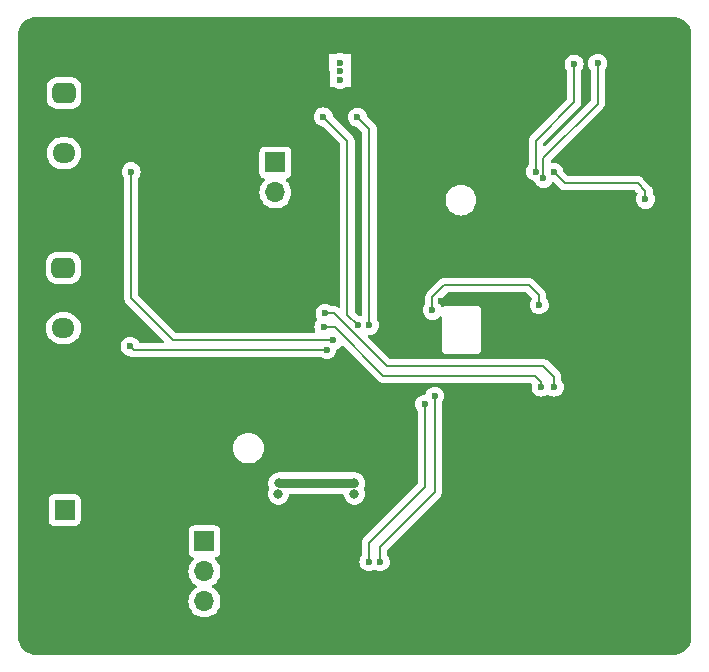
<source format=gbr>
%TF.GenerationSoftware,KiCad,Pcbnew,8.0.5*%
%TF.CreationDate,2024-11-10T21:06:56+07:00*%
%TF.ProjectId,Project_241,50726f6a-6563-4745-9f32-34312e6b6963,rev?*%
%TF.SameCoordinates,Original*%
%TF.FileFunction,Copper,L2,Bot*%
%TF.FilePolarity,Positive*%
%FSLAX46Y46*%
G04 Gerber Fmt 4.6, Leading zero omitted, Abs format (unit mm)*
G04 Created by KiCad (PCBNEW 8.0.5) date 2024-11-10 21:06:56*
%MOMM*%
%LPD*%
G01*
G04 APERTURE LIST*
G04 Aperture macros list*
%AMRoundRect*
0 Rectangle with rounded corners*
0 $1 Rounding radius*
0 $2 $3 $4 $5 $6 $7 $8 $9 X,Y pos of 4 corners*
0 Add a 4 corners polygon primitive as box body*
4,1,4,$2,$3,$4,$5,$6,$7,$8,$9,$2,$3,0*
0 Add four circle primitives for the rounded corners*
1,1,$1+$1,$2,$3*
1,1,$1+$1,$4,$5*
1,1,$1+$1,$6,$7*
1,1,$1+$1,$8,$9*
0 Add four rect primitives between the rounded corners*
20,1,$1+$1,$2,$3,$4,$5,0*
20,1,$1+$1,$4,$5,$6,$7,0*
20,1,$1+$1,$6,$7,$8,$9,0*
20,1,$1+$1,$8,$9,$2,$3,0*%
G04 Aperture macros list end*
%TA.AperFunction,ComponentPad*%
%ADD10R,1.700000X1.700000*%
%TD*%
%TA.AperFunction,ComponentPad*%
%ADD11O,1.700000X1.700000*%
%TD*%
%TA.AperFunction,ComponentPad*%
%ADD12RoundRect,0.425000X-0.550000X-0.425000X0.550000X-0.425000X0.550000X0.425000X-0.550000X0.425000X0*%
%TD*%
%TA.AperFunction,ComponentPad*%
%ADD13O,1.950000X1.700000*%
%TD*%
%TA.AperFunction,ComponentPad*%
%ADD14C,1.700000*%
%TD*%
%TA.AperFunction,ViaPad*%
%ADD15C,0.600000*%
%TD*%
%TA.AperFunction,ViaPad*%
%ADD16C,0.800000*%
%TD*%
%TA.AperFunction,Conductor*%
%ADD17C,0.800100*%
%TD*%
%TA.AperFunction,Conductor*%
%ADD18C,0.200000*%
%TD*%
G04 APERTURE END LIST*
D10*
%TO.P,J1,1,Pin_1*%
%TO.N,/MCU/DEBUG_TX*%
X153578386Y-89183014D03*
D11*
%TO.P,J1,2,Pin_2*%
%TO.N,/MCU/DEBUG_RX*%
X153578386Y-91723014D03*
%TO.P,J1,3,Pin_3*%
%TO.N,GND*%
X153578386Y-94263014D03*
%TD*%
D12*
%TO.P,J5,1,Pin_1*%
%TO.N,VDD*%
X135686800Y-83312000D03*
D13*
%TO.P,J5,2,Pin_2*%
%TO.N,GND*%
X135686800Y-85852000D03*
%TO.P,J5,3,Pin_3*%
%TO.N,Net-(J5-Pin_3)*%
X135686800Y-88391999D03*
%TD*%
D12*
%TO.P,J2,1,Pin_1*%
%TO.N,VDD*%
X135636000Y-98132600D03*
D13*
%TO.P,J2,2,Pin_2*%
%TO.N,GND*%
X135636000Y-100672600D03*
%TO.P,J2,3,Pin_3*%
%TO.N,Net-(J2-Pin_3)*%
X135636000Y-103212599D03*
%TD*%
D10*
%TO.P,J6,1,Pin_1*%
%TO.N,Net-(J6-Pin_1)*%
X135730401Y-118596399D03*
D14*
%TO.P,J6,2,Pin_2*%
%TO.N,GND*%
X135730401Y-121136401D03*
%TD*%
D10*
%TO.P,J4,1,Pin_1*%
%TO.N,VDD*%
X147574000Y-121269600D03*
D11*
%TO.P,J4,2,Pin_2*%
%TO.N,/MCU/SWDIO*%
X147574000Y-123809600D03*
%TO.P,J4,3,Pin_3*%
%TO.N,/MCU/SWCLK*%
X147574000Y-126349599D03*
%TO.P,J4,4,Pin_4*%
%TO.N,GND*%
X147574000Y-128889600D03*
%TD*%
D15*
%TO.N,GND*%
X143278386Y-100833014D03*
X142378386Y-85383014D03*
X151328386Y-98383014D03*
X149978386Y-97033014D03*
X148778386Y-96683014D03*
X152078386Y-95033014D03*
X147528386Y-91683014D03*
X148578386Y-93033014D03*
D16*
%TO.N,VDD*%
X153823662Y-117246400D03*
X153873200Y-116332000D03*
X160274000Y-117246400D03*
X160274000Y-116332000D03*
%TO.N,GND*%
X153823986Y-101319014D03*
X139903200Y-120396000D03*
X152349200Y-111150400D03*
D15*
X160578386Y-100183014D03*
X160578386Y-89583014D03*
D16*
X152349200Y-109931200D03*
D15*
X152425400Y-106984800D03*
D16*
X158597600Y-113030000D03*
X141935200Y-111404400D03*
X161899600Y-113690400D03*
D15*
X167233600Y-104089200D03*
D16*
X150418800Y-118719600D03*
X172923200Y-91897200D03*
X164998400Y-113690400D03*
D15*
X185572400Y-129844800D03*
D16*
X168833800Y-108940600D03*
X137718800Y-100888800D03*
D15*
X184708800Y-123493033D03*
D16*
X140817600Y-111455200D03*
D15*
X162778386Y-100152200D03*
D16*
X170484800Y-80822800D03*
D15*
X162255200Y-104140000D03*
D16*
X137718800Y-99517200D03*
X146710400Y-111607600D03*
D15*
X137820400Y-89611200D03*
D16*
X146202400Y-81584800D03*
X157073600Y-78892400D03*
D15*
X186690000Y-124510800D03*
X153822400Y-102666800D03*
D16*
X164998400Y-96266000D03*
D15*
X149174200Y-125069600D03*
X137820400Y-88646000D03*
D16*
X166879586Y-94664214D03*
X137414000Y-96215200D03*
D15*
X181864000Y-91998800D03*
D16*
X137972800Y-81737200D03*
X170510200Y-108915200D03*
X137414000Y-92202000D03*
X170484800Y-83718400D03*
X186842400Y-81127600D03*
X174904400Y-91795600D03*
D15*
X161899600Y-119532400D03*
X158028386Y-93283014D03*
D16*
X184861200Y-81127600D03*
D15*
X179882800Y-92000000D03*
X186994800Y-125628400D03*
D16*
X158597600Y-114300000D03*
X140817600Y-107035600D03*
D15*
X184556400Y-127152400D03*
D16*
X186842400Y-92049600D03*
D15*
X184454800Y-129336800D03*
D16*
X167182800Y-83667600D03*
X134467600Y-92252800D03*
X168910000Y-80822800D03*
D15*
X160578386Y-101283014D03*
D16*
X140766800Y-108508800D03*
X141732000Y-114757200D03*
X168910000Y-83667600D03*
X164998400Y-97637600D03*
D15*
X157998600Y-100203228D03*
D16*
X153978386Y-96683014D03*
X182016400Y-83667600D03*
X152908000Y-80162400D03*
X145237200Y-93624400D03*
X164998400Y-115976400D03*
X139446000Y-116484400D03*
D15*
X151282400Y-106959400D03*
D16*
X134518400Y-96215200D03*
D15*
X156616400Y-107492800D03*
X157454600Y-96723200D03*
X159181800Y-85064600D03*
D16*
X156210000Y-77876400D03*
X134518400Y-81483200D03*
X146659600Y-112979200D03*
X161899600Y-115976400D03*
X137972800Y-80213200D03*
D15*
X160578386Y-88483014D03*
X186690000Y-123548038D03*
X155498800Y-106324400D03*
X162814000Y-101803200D03*
X167640000Y-100888800D03*
D16*
X167692386Y-93851414D03*
X177546000Y-83667600D03*
D15*
X184708800Y-124460000D03*
X155828386Y-90833014D03*
X139446000Y-102438200D03*
X134213600Y-89662000D03*
D16*
X141833600Y-120396000D03*
X158597600Y-111810800D03*
X151739600Y-117449600D03*
X167132000Y-80822800D03*
X134924800Y-122783600D03*
X136601200Y-122783600D03*
X154076400Y-80162400D03*
D15*
X184454800Y-128320800D03*
%TO.N,/MCU/NRST*%
X166878000Y-101701600D03*
X175920400Y-101244400D03*
%TO.N,/MCU/DEBUG_LED*%
X161493200Y-122986800D03*
X166217600Y-109651800D03*
%TO.N,/MCU/WIND_SPEED*%
X157937200Y-105054400D03*
X141274800Y-104749600D03*
%TO.N,/MCU/SCL*%
X157632400Y-85318600D03*
X160578800Y-102971600D03*
%TO.N,/MCU/SDA*%
X161544000Y-102971600D03*
X160528000Y-85344000D03*
%TO.N,/MCU/RAIN_GAUSE*%
X141364200Y-89966800D03*
X158496000Y-104241600D03*
%TO.N,/LORA/DIO1*%
X178866800Y-80848200D03*
X175615600Y-89951000D03*
%TO.N,/LORA/NSS*%
X184912000Y-92303600D03*
X177165000Y-90017600D03*
%TO.N,unconnected-(U5-DAP-Pad7)*%
X159078386Y-80733014D03*
X159078386Y-82183014D03*
X159082099Y-81432400D03*
%TO.N,/MCU/LED_PC14*%
X162458400Y-122986800D03*
X167081200Y-108966000D03*
%TO.N,/MCU/GPS_RX*%
X157683200Y-103124000D03*
X176072800Y-108204000D03*
%TO.N,/MCU/GPS_TX*%
X177190400Y-108204000D03*
X157784800Y-101955600D03*
%TO.N,/LORA/LORA_RESET*%
X180873400Y-80797400D03*
X176276000Y-90525600D03*
%TD*%
D17*
%TO.N,VDD*%
X153873200Y-116332000D02*
X160274000Y-116332000D01*
D18*
%TO.N,/MCU/NRST*%
X167894000Y-99568000D02*
X175056800Y-99568000D01*
X166878000Y-101701600D02*
X166878000Y-100584000D01*
X175056800Y-99568000D02*
X175920400Y-100431600D01*
X175920400Y-100431600D02*
X175920400Y-101244400D01*
X166878000Y-100584000D02*
X167894000Y-99568000D01*
%TO.N,/MCU/DEBUG_LED*%
X166217600Y-116636800D02*
X161493200Y-121361200D01*
X166217600Y-109651800D02*
X166217600Y-116636800D01*
X161493200Y-121361200D02*
X161493200Y-122986800D01*
%TO.N,/MCU/WIND_SPEED*%
X157937200Y-105054400D02*
X141579600Y-105054400D01*
X141579600Y-105054400D02*
X141274800Y-104749600D01*
%TO.N,/MCU/SCL*%
X159678386Y-87364586D02*
X159678386Y-102071186D01*
X159678386Y-102071186D02*
X160578800Y-102971600D01*
X157632400Y-85318600D02*
X159678386Y-87364586D01*
%TO.N,/MCU/SDA*%
X161544000Y-86360000D02*
X160528000Y-85344000D01*
X161544000Y-102971600D02*
X161544000Y-86360000D01*
%TO.N,/MCU/RAIN_GAUSE*%
X144936972Y-104241600D02*
X158496000Y-104241600D01*
X141376400Y-89979000D02*
X141376400Y-100681028D01*
X141376400Y-100681028D02*
X144936972Y-104241600D01*
X141364200Y-89966800D02*
X141376400Y-89979000D01*
%TO.N,/LORA/DIO1*%
X178866800Y-84074000D02*
X175615600Y-87325200D01*
X175615600Y-87325200D02*
X175615600Y-89951000D01*
X178866800Y-80848200D02*
X178866800Y-84074000D01*
%TO.N,/LORA/NSS*%
X184912000Y-91592400D02*
X184912000Y-92303600D01*
X178079400Y-90932000D02*
X184251600Y-90932000D01*
X184251600Y-90932000D02*
X184912000Y-91592400D01*
X177165000Y-90017600D02*
X178079400Y-90932000D01*
%TO.N,/MCU/LED_PC14*%
X162458400Y-122986800D02*
X162458400Y-121716800D01*
X167081200Y-117094000D02*
X167081200Y-108966000D01*
X162458400Y-121716800D02*
X167081200Y-117094000D01*
%TO.N,/MCU/GPS_RX*%
X176072800Y-107746800D02*
X175564800Y-107238800D01*
X176072800Y-108204000D02*
X176072800Y-107746800D01*
X162712400Y-107238800D02*
X158597600Y-103124000D01*
X175564800Y-107238800D02*
X162712400Y-107238800D01*
X158597600Y-103124000D02*
X157683200Y-103124000D01*
%TO.N,/MCU/GPS_TX*%
X163017200Y-106426000D02*
X176276000Y-106426000D01*
X157784800Y-101955600D02*
X158546800Y-101955600D01*
X158546800Y-101955600D02*
X163017200Y-106426000D01*
X177190400Y-107340400D02*
X177190400Y-108204000D01*
X176276000Y-106426000D02*
X177190400Y-107340400D01*
%TO.N,/LORA/LORA_RESET*%
X176276000Y-88798400D02*
X176276000Y-90525600D01*
X180873400Y-84201000D02*
X176276000Y-88798400D01*
X180873400Y-80797400D02*
X180873400Y-84201000D01*
%TD*%
%TA.AperFunction,Conductor*%
%TO.N,GND*%
G36*
X187297018Y-76869616D02*
G01*
X187497161Y-76883930D01*
X187514663Y-76886447D01*
X187706397Y-76928155D01*
X187723355Y-76933134D01*
X187907209Y-77001709D01*
X187923301Y-77009059D01*
X188095504Y-77103088D01*
X188110384Y-77112649D01*
X188267467Y-77230241D01*
X188280837Y-77241827D01*
X188419572Y-77380562D01*
X188431158Y-77393932D01*
X188548746Y-77551010D01*
X188558311Y-77565895D01*
X188652340Y-77738098D01*
X188659690Y-77754190D01*
X188728262Y-77938036D01*
X188733246Y-77955012D01*
X188774951Y-78146731D01*
X188777469Y-78164242D01*
X188791784Y-78364380D01*
X188792100Y-78373227D01*
X188792100Y-129364372D01*
X188791784Y-129373219D01*
X188777469Y-129573357D01*
X188774951Y-129590868D01*
X188733246Y-129782587D01*
X188728262Y-129799563D01*
X188659690Y-129983409D01*
X188652340Y-129999501D01*
X188558311Y-130171704D01*
X188548746Y-130186589D01*
X188431158Y-130343667D01*
X188419572Y-130357037D01*
X188280837Y-130495772D01*
X188267467Y-130507358D01*
X188110389Y-130624946D01*
X188095504Y-130634511D01*
X187923301Y-130728540D01*
X187907209Y-130735890D01*
X187723363Y-130804462D01*
X187706387Y-130809446D01*
X187514668Y-130851151D01*
X187497157Y-130853669D01*
X187316379Y-130866599D01*
X187297017Y-130867984D01*
X187288172Y-130868300D01*
X133297028Y-130868300D01*
X133288182Y-130867984D01*
X133266222Y-130866413D01*
X133088042Y-130853669D01*
X133070531Y-130851151D01*
X132878812Y-130809446D01*
X132861836Y-130804462D01*
X132677990Y-130735890D01*
X132661898Y-130728540D01*
X132489695Y-130634511D01*
X132474810Y-130624946D01*
X132317732Y-130507358D01*
X132304362Y-130495772D01*
X132165627Y-130357037D01*
X132154041Y-130343667D01*
X132036449Y-130186584D01*
X132026888Y-130171704D01*
X131932859Y-129999501D01*
X131925509Y-129983409D01*
X131864691Y-129820351D01*
X131856934Y-129799555D01*
X131851955Y-129782597D01*
X131810247Y-129590863D01*
X131807730Y-129573356D01*
X131793416Y-129373218D01*
X131793100Y-129364372D01*
X131793100Y-123809599D01*
X146218341Y-123809599D01*
X146218341Y-123809600D01*
X146238936Y-124045003D01*
X146238938Y-124045013D01*
X146300094Y-124273255D01*
X146300096Y-124273259D01*
X146300097Y-124273263D01*
X146399965Y-124487430D01*
X146399967Y-124487434D01*
X146535501Y-124680995D01*
X146535506Y-124681002D01*
X146702597Y-124848093D01*
X146702603Y-124848098D01*
X146888157Y-124978024D01*
X146931782Y-125032601D01*
X146938976Y-125102099D01*
X146907453Y-125164454D01*
X146888158Y-125181174D01*
X146702594Y-125311107D01*
X146535505Y-125478196D01*
X146399965Y-125671768D01*
X146399964Y-125671770D01*
X146300098Y-125885934D01*
X146300094Y-125885943D01*
X146238938Y-126114185D01*
X146238936Y-126114195D01*
X146218341Y-126349598D01*
X146218341Y-126349599D01*
X146238936Y-126585002D01*
X146238938Y-126585012D01*
X146300094Y-126813254D01*
X146300096Y-126813258D01*
X146300097Y-126813262D01*
X146399965Y-127027429D01*
X146399967Y-127027433D01*
X146508281Y-127182120D01*
X146535505Y-127221000D01*
X146702599Y-127388094D01*
X146799384Y-127455864D01*
X146896165Y-127523631D01*
X146896167Y-127523632D01*
X146896170Y-127523634D01*
X147110337Y-127623502D01*
X147338592Y-127684662D01*
X147526918Y-127701138D01*
X147573999Y-127705258D01*
X147574000Y-127705258D01*
X147574001Y-127705258D01*
X147613234Y-127701825D01*
X147809408Y-127684662D01*
X148037663Y-127623502D01*
X148251830Y-127523634D01*
X148445401Y-127388094D01*
X148612495Y-127221000D01*
X148748035Y-127027429D01*
X148847903Y-126813262D01*
X148909063Y-126585007D01*
X148929659Y-126349599D01*
X148909063Y-126114191D01*
X148847903Y-125885936D01*
X148748035Y-125671770D01*
X148612495Y-125478198D01*
X148612494Y-125478196D01*
X148445402Y-125311105D01*
X148445401Y-125311104D01*
X148259842Y-125181174D01*
X148216218Y-125126597D01*
X148209025Y-125057098D01*
X148240547Y-124994744D01*
X148259843Y-124978024D01*
X148445401Y-124848095D01*
X148612495Y-124681001D01*
X148748035Y-124487430D01*
X148847903Y-124273263D01*
X148909063Y-124045008D01*
X148929659Y-123809600D01*
X148909063Y-123574192D01*
X148847903Y-123345937D01*
X148748035Y-123131771D01*
X148646523Y-122986796D01*
X160687635Y-122986796D01*
X160687635Y-122986803D01*
X160707830Y-123166049D01*
X160707831Y-123166054D01*
X160767411Y-123336323D01*
X160863384Y-123489062D01*
X160990938Y-123616616D01*
X161143678Y-123712589D01*
X161313945Y-123772168D01*
X161313950Y-123772169D01*
X161493196Y-123792365D01*
X161493200Y-123792365D01*
X161493204Y-123792365D01*
X161672449Y-123772169D01*
X161672452Y-123772168D01*
X161672455Y-123772168D01*
X161842722Y-123712589D01*
X161909827Y-123670424D01*
X161977064Y-123651423D01*
X162041773Y-123670424D01*
X162108875Y-123712588D01*
X162279145Y-123772168D01*
X162279150Y-123772169D01*
X162458396Y-123792365D01*
X162458400Y-123792365D01*
X162458404Y-123792365D01*
X162637649Y-123772169D01*
X162637652Y-123772168D01*
X162637655Y-123772168D01*
X162807922Y-123712589D01*
X162960662Y-123616616D01*
X163088216Y-123489062D01*
X163184189Y-123336322D01*
X163243768Y-123166055D01*
X163263965Y-122986800D01*
X163258489Y-122938200D01*
X163243769Y-122807550D01*
X163243768Y-122807545D01*
X163231017Y-122771105D01*
X163184189Y-122637278D01*
X163173395Y-122620100D01*
X163088213Y-122484534D01*
X163085950Y-122481696D01*
X163085059Y-122479515D01*
X163084511Y-122478642D01*
X163084664Y-122478545D01*
X163059544Y-122417009D01*
X163058900Y-122404387D01*
X163058900Y-122016896D01*
X163078585Y-121949857D01*
X163095214Y-121929220D01*
X167439706Y-117584727D01*
X167439711Y-117584724D01*
X167449914Y-117574520D01*
X167449916Y-117574520D01*
X167561720Y-117462716D01*
X167640777Y-117325784D01*
X167675032Y-117197942D01*
X167681700Y-117173058D01*
X167681700Y-117014943D01*
X167681700Y-109548412D01*
X167701385Y-109481373D01*
X167708755Y-109471097D01*
X167711010Y-109468267D01*
X167711016Y-109468262D01*
X167806989Y-109315522D01*
X167866568Y-109145255D01*
X167866569Y-109145249D01*
X167886765Y-108966003D01*
X167886765Y-108965996D01*
X167866569Y-108786750D01*
X167866568Y-108786745D01*
X167806988Y-108616476D01*
X167711015Y-108463737D01*
X167583462Y-108336184D01*
X167430723Y-108240211D01*
X167260454Y-108180631D01*
X167260449Y-108180630D01*
X167081204Y-108160435D01*
X167081196Y-108160435D01*
X166901950Y-108180630D01*
X166901945Y-108180631D01*
X166731676Y-108240211D01*
X166578937Y-108336184D01*
X166451384Y-108463737D01*
X166355410Y-108616478D01*
X166303106Y-108765957D01*
X166262384Y-108822734D01*
X166199948Y-108848223D01*
X166038349Y-108866430D01*
X166038345Y-108866431D01*
X165868076Y-108926011D01*
X165715337Y-109021984D01*
X165587784Y-109149537D01*
X165491811Y-109302276D01*
X165432231Y-109472545D01*
X165432230Y-109472550D01*
X165412035Y-109651796D01*
X165412035Y-109651803D01*
X165432230Y-109831049D01*
X165432231Y-109831054D01*
X165491811Y-110001323D01*
X165587785Y-110154063D01*
X165590045Y-110156897D01*
X165590934Y-110159075D01*
X165591489Y-110159958D01*
X165591334Y-110160055D01*
X165616455Y-110221583D01*
X165617100Y-110234212D01*
X165617100Y-116336702D01*
X165597415Y-116403741D01*
X165580781Y-116424383D01*
X161012681Y-120992482D01*
X161012679Y-120992485D01*
X160962561Y-121079294D01*
X160962559Y-121079296D01*
X160933625Y-121129409D01*
X160933624Y-121129410D01*
X160933623Y-121129415D01*
X160892699Y-121282143D01*
X160892699Y-121282145D01*
X160892699Y-121450246D01*
X160892700Y-121450259D01*
X160892700Y-122404387D01*
X160873015Y-122471426D01*
X160865650Y-122481696D01*
X160863386Y-122484534D01*
X160767411Y-122637276D01*
X160707831Y-122807545D01*
X160707830Y-122807550D01*
X160687635Y-122986796D01*
X148646523Y-122986796D01*
X148612495Y-122938199D01*
X148490567Y-122816271D01*
X148457084Y-122754951D01*
X148462068Y-122685259D01*
X148503939Y-122629325D01*
X148534915Y-122612410D01*
X148666331Y-122563396D01*
X148781546Y-122477146D01*
X148867796Y-122361931D01*
X148918091Y-122227083D01*
X148924500Y-122167473D01*
X148924499Y-120371728D01*
X148918091Y-120312117D01*
X148867796Y-120177269D01*
X148867795Y-120177268D01*
X148867793Y-120177264D01*
X148781547Y-120062055D01*
X148781544Y-120062052D01*
X148666335Y-119975806D01*
X148666328Y-119975802D01*
X148531482Y-119925508D01*
X148531483Y-119925508D01*
X148471883Y-119919101D01*
X148471881Y-119919100D01*
X148471873Y-119919100D01*
X148471864Y-119919100D01*
X146676129Y-119919100D01*
X146676123Y-119919101D01*
X146616516Y-119925508D01*
X146481671Y-119975802D01*
X146481664Y-119975806D01*
X146366455Y-120062052D01*
X146366452Y-120062055D01*
X146280206Y-120177264D01*
X146280202Y-120177271D01*
X146229908Y-120312117D01*
X146223501Y-120371716D01*
X146223501Y-120371723D01*
X146223500Y-120371735D01*
X146223500Y-122167470D01*
X146223501Y-122167476D01*
X146229908Y-122227083D01*
X146280202Y-122361928D01*
X146280206Y-122361935D01*
X146366452Y-122477144D01*
X146366455Y-122477147D01*
X146481664Y-122563393D01*
X146481671Y-122563397D01*
X146613081Y-122612410D01*
X146669015Y-122654281D01*
X146693432Y-122719745D01*
X146678580Y-122788018D01*
X146657430Y-122816273D01*
X146535503Y-122938200D01*
X146399965Y-123131769D01*
X146399964Y-123131771D01*
X146300098Y-123345935D01*
X146300094Y-123345944D01*
X146238938Y-123574186D01*
X146238936Y-123574196D01*
X146218341Y-123809599D01*
X131793100Y-123809599D01*
X131793100Y-117698534D01*
X134379901Y-117698534D01*
X134379901Y-119494269D01*
X134379902Y-119494275D01*
X134386309Y-119553882D01*
X134436603Y-119688727D01*
X134436607Y-119688734D01*
X134522853Y-119803943D01*
X134522856Y-119803946D01*
X134638065Y-119890192D01*
X134638072Y-119890196D01*
X134772918Y-119940490D01*
X134772917Y-119940490D01*
X134779845Y-119941234D01*
X134832528Y-119946899D01*
X136628273Y-119946898D01*
X136687884Y-119940490D01*
X136822732Y-119890195D01*
X136937947Y-119803945D01*
X137024197Y-119688730D01*
X137074492Y-119553882D01*
X137080901Y-119494272D01*
X137080900Y-117698527D01*
X137074492Y-117638916D01*
X137065451Y-117614677D01*
X137024198Y-117504070D01*
X137024194Y-117504063D01*
X136937948Y-117388854D01*
X136937945Y-117388851D01*
X136822736Y-117302605D01*
X136822729Y-117302601D01*
X136687883Y-117252307D01*
X136687884Y-117252307D01*
X136632935Y-117246400D01*
X152918202Y-117246400D01*
X152937988Y-117434656D01*
X152937989Y-117434659D01*
X152996480Y-117614677D01*
X152996483Y-117614684D01*
X153091129Y-117778616D01*
X153217791Y-117919288D01*
X153370927Y-118030548D01*
X153370932Y-118030551D01*
X153543854Y-118107542D01*
X153543859Y-118107544D01*
X153729016Y-118146900D01*
X153729017Y-118146900D01*
X153918306Y-118146900D01*
X153918308Y-118146900D01*
X154103465Y-118107544D01*
X154276392Y-118030551D01*
X154429533Y-117919288D01*
X154556195Y-117778616D01*
X154650841Y-117614684D01*
X154709336Y-117434656D01*
X154718907Y-117343586D01*
X154745492Y-117278974D01*
X154802789Y-117238989D01*
X154842228Y-117232550D01*
X159255434Y-117232550D01*
X159322473Y-117252235D01*
X159368228Y-117305039D01*
X159378754Y-117343585D01*
X159388326Y-117434656D01*
X159388327Y-117434659D01*
X159446818Y-117614677D01*
X159446821Y-117614684D01*
X159541467Y-117778616D01*
X159668129Y-117919288D01*
X159821265Y-118030548D01*
X159821270Y-118030551D01*
X159994192Y-118107542D01*
X159994197Y-118107544D01*
X160179354Y-118146900D01*
X160179355Y-118146900D01*
X160368644Y-118146900D01*
X160368646Y-118146900D01*
X160553803Y-118107544D01*
X160726730Y-118030551D01*
X160879871Y-117919288D01*
X161006533Y-117778616D01*
X161101179Y-117614684D01*
X161159674Y-117434656D01*
X161179460Y-117246400D01*
X161159674Y-117058144D01*
X161101179Y-116878116D01*
X161085963Y-116851761D01*
X161069491Y-116783865D01*
X161078792Y-116742307D01*
X161080453Y-116738297D01*
X161087616Y-116723773D01*
X161101179Y-116700284D01*
X161117796Y-116649139D01*
X161121153Y-116640038D01*
X161139942Y-116594681D01*
X161145541Y-116566529D01*
X161149225Y-116552413D01*
X161159674Y-116520256D01*
X161164601Y-116473371D01*
X161166300Y-116462162D01*
X161174550Y-116420696D01*
X161174550Y-116385216D01*
X161175229Y-116372255D01*
X161179460Y-116332000D01*
X161175229Y-116291742D01*
X161174550Y-116278782D01*
X161174550Y-116243304D01*
X161166300Y-116201833D01*
X161164599Y-116190614D01*
X161159674Y-116143745D01*
X161149226Y-116111587D01*
X161145541Y-116097469D01*
X161139942Y-116069319D01*
X161121157Y-116023968D01*
X161117791Y-116014843D01*
X161117790Y-116014840D01*
X161101179Y-115963716D01*
X161087617Y-115940227D01*
X161080445Y-115925682D01*
X161072057Y-115905430D01*
X161040982Y-115858923D01*
X161036717Y-115852065D01*
X161006533Y-115799784D01*
X160992869Y-115784608D01*
X160981921Y-115770531D01*
X160973504Y-115757934D01*
X160973500Y-115757929D01*
X160929083Y-115713513D01*
X160924612Y-115708802D01*
X160879875Y-115659115D01*
X160879871Y-115659112D01*
X160868787Y-115651059D01*
X160853994Y-115638424D01*
X160848067Y-115632497D01*
X160848058Y-115632491D01*
X160789992Y-115593692D01*
X160786001Y-115590909D01*
X160726736Y-115547852D01*
X160726725Y-115547846D01*
X160720360Y-115545012D01*
X160701902Y-115534833D01*
X160700573Y-115533944D01*
X160700568Y-115533942D01*
X160629262Y-115504406D01*
X160626280Y-115503125D01*
X160553796Y-115470853D01*
X160553545Y-115470800D01*
X160542631Y-115467414D01*
X160542507Y-115467825D01*
X160536681Y-115466058D01*
X160452588Y-115449330D01*
X160451000Y-115449004D01*
X160368641Y-115431499D01*
X160368175Y-115431450D01*
X160362696Y-115431450D01*
X153784504Y-115431450D01*
X153779026Y-115431450D01*
X153778556Y-115431499D01*
X153696212Y-115449001D01*
X153694625Y-115449327D01*
X153610526Y-115466055D01*
X153604697Y-115467824D01*
X153604573Y-115467417D01*
X153593658Y-115470799D01*
X153593408Y-115470852D01*
X153593393Y-115470856D01*
X153520929Y-115503119D01*
X153517951Y-115504399D01*
X153446626Y-115533944D01*
X153446624Y-115533945D01*
X153445277Y-115534846D01*
X153426844Y-115545010D01*
X153420476Y-115547845D01*
X153420467Y-115547850D01*
X153361204Y-115590906D01*
X153357213Y-115593687D01*
X153299140Y-115632491D01*
X153299131Y-115632498D01*
X153293196Y-115638433D01*
X153278412Y-115651058D01*
X153267336Y-115659105D01*
X153267326Y-115659114D01*
X153222585Y-115708803D01*
X153218119Y-115713509D01*
X153173703Y-115757925D01*
X153173695Y-115757935D01*
X153165274Y-115770537D01*
X153154330Y-115784608D01*
X153140666Y-115799784D01*
X153110495Y-115852041D01*
X153106213Y-115858927D01*
X153075143Y-115905428D01*
X153066750Y-115925690D01*
X153059580Y-115940228D01*
X153046022Y-115963711D01*
X153046018Y-115963721D01*
X153029408Y-116014840D01*
X153026041Y-116023968D01*
X153007258Y-116069318D01*
X153001656Y-116097473D01*
X152997973Y-116111586D01*
X152987526Y-116143742D01*
X152982597Y-116190628D01*
X152980895Y-116201853D01*
X152972650Y-116243305D01*
X152972650Y-116278782D01*
X152971971Y-116291742D01*
X152967740Y-116331999D01*
X152971971Y-116372255D01*
X152972650Y-116385216D01*
X152972650Y-116420700D01*
X152980894Y-116462145D01*
X152982597Y-116473371D01*
X152987526Y-116520257D01*
X152987526Y-116520258D01*
X152997973Y-116552413D01*
X153001657Y-116566530D01*
X153007258Y-116594680D01*
X153026035Y-116640014D01*
X153029403Y-116649145D01*
X153048028Y-116706463D01*
X153045262Y-116707361D01*
X153052668Y-116764241D01*
X153037564Y-116806958D01*
X152996483Y-116878113D01*
X152996482Y-116878117D01*
X152952025Y-117014943D01*
X152937988Y-117058144D01*
X152918202Y-117246400D01*
X136632935Y-117246400D01*
X136628284Y-117245900D01*
X136628282Y-117245899D01*
X136628274Y-117245899D01*
X136628265Y-117245899D01*
X134832530Y-117245899D01*
X134832524Y-117245900D01*
X134772917Y-117252307D01*
X134638072Y-117302601D01*
X134638065Y-117302605D01*
X134522856Y-117388851D01*
X134522853Y-117388854D01*
X134436607Y-117504063D01*
X134436603Y-117504070D01*
X134386309Y-117638916D01*
X134379902Y-117698515D01*
X134379902Y-117698522D01*
X134379901Y-117698534D01*
X131793100Y-117698534D01*
X131793100Y-113368798D01*
X149987132Y-113368798D01*
X149987132Y-113368801D01*
X150006964Y-113595486D01*
X150006966Y-113595497D01*
X150065858Y-113815288D01*
X150065861Y-113815297D01*
X150162031Y-114021532D01*
X150162032Y-114021534D01*
X150292554Y-114207941D01*
X150453458Y-114368845D01*
X150453461Y-114368847D01*
X150639866Y-114499368D01*
X150846104Y-114595539D01*
X151065908Y-114654435D01*
X151227830Y-114668601D01*
X151292598Y-114674268D01*
X151292600Y-114674268D01*
X151292602Y-114674268D01*
X151349273Y-114669309D01*
X151519292Y-114654435D01*
X151739096Y-114595539D01*
X151945334Y-114499368D01*
X152131739Y-114368847D01*
X152292647Y-114207939D01*
X152423168Y-114021534D01*
X152519339Y-113815296D01*
X152578235Y-113595492D01*
X152598068Y-113368800D01*
X152578235Y-113142108D01*
X152519339Y-112922304D01*
X152423168Y-112716066D01*
X152292647Y-112529661D01*
X152292645Y-112529658D01*
X152131741Y-112368754D01*
X151945334Y-112238232D01*
X151945332Y-112238231D01*
X151739097Y-112142061D01*
X151739088Y-112142058D01*
X151519297Y-112083166D01*
X151519293Y-112083165D01*
X151519292Y-112083165D01*
X151519291Y-112083164D01*
X151519286Y-112083164D01*
X151292602Y-112063332D01*
X151292598Y-112063332D01*
X151065913Y-112083164D01*
X151065902Y-112083166D01*
X150846111Y-112142058D01*
X150846102Y-112142061D01*
X150639867Y-112238231D01*
X150639865Y-112238232D01*
X150453458Y-112368754D01*
X150292554Y-112529658D01*
X150162032Y-112716065D01*
X150162031Y-112716067D01*
X150065861Y-112922302D01*
X150065858Y-112922311D01*
X150006966Y-113142102D01*
X150006964Y-113142113D01*
X149987132Y-113368798D01*
X131793100Y-113368798D01*
X131793100Y-104749596D01*
X140469235Y-104749596D01*
X140469235Y-104749603D01*
X140489430Y-104928849D01*
X140489431Y-104928854D01*
X140549011Y-105099123D01*
X140633540Y-105233649D01*
X140644984Y-105251862D01*
X140772538Y-105379416D01*
X140925278Y-105475389D01*
X141095545Y-105534968D01*
X141095550Y-105534969D01*
X141187495Y-105545328D01*
X141213243Y-105548229D01*
X141261355Y-105564059D01*
X141297692Y-105585037D01*
X141297694Y-105585039D01*
X141297695Y-105585039D01*
X141347815Y-105613977D01*
X141500542Y-105654900D01*
X141500543Y-105654900D01*
X157354788Y-105654900D01*
X157421827Y-105674585D01*
X157432103Y-105681955D01*
X157434936Y-105684214D01*
X157434938Y-105684216D01*
X157587678Y-105780189D01*
X157757945Y-105839768D01*
X157757950Y-105839769D01*
X157937196Y-105859965D01*
X157937200Y-105859965D01*
X157937204Y-105859965D01*
X158116449Y-105839769D01*
X158116452Y-105839768D01*
X158116455Y-105839768D01*
X158286722Y-105780189D01*
X158439462Y-105684216D01*
X158567016Y-105556662D01*
X158662989Y-105403922D01*
X158722568Y-105233655D01*
X158740030Y-105078673D01*
X158767096Y-105014260D01*
X158822296Y-104975515D01*
X158845522Y-104967389D01*
X158998262Y-104871416D01*
X159125816Y-104743862D01*
X159136631Y-104726648D01*
X159188960Y-104680360D01*
X159258013Y-104669709D01*
X159321863Y-104698081D01*
X159329305Y-104704940D01*
X162227539Y-107603174D01*
X162227549Y-107603185D01*
X162231879Y-107607515D01*
X162231880Y-107607516D01*
X162343684Y-107719320D01*
X162430495Y-107769439D01*
X162430497Y-107769441D01*
X162468551Y-107791411D01*
X162480615Y-107798377D01*
X162633343Y-107839301D01*
X162633346Y-107839301D01*
X162799053Y-107839301D01*
X162799069Y-107839300D01*
X175177560Y-107839300D01*
X175244599Y-107858985D01*
X175290354Y-107911789D01*
X175300298Y-107980947D01*
X175294602Y-108004254D01*
X175287431Y-108024747D01*
X175267235Y-108203996D01*
X175267235Y-108204003D01*
X175287430Y-108383249D01*
X175287431Y-108383254D01*
X175347011Y-108553523D01*
X175386569Y-108616478D01*
X175442984Y-108706262D01*
X175570538Y-108833816D01*
X175723278Y-108929789D01*
X175826752Y-108965996D01*
X175893545Y-108989368D01*
X175893550Y-108989369D01*
X176072796Y-109009565D01*
X176072800Y-109009565D01*
X176072804Y-109009565D01*
X176252049Y-108989369D01*
X176252052Y-108989368D01*
X176252055Y-108989368D01*
X176422322Y-108929789D01*
X176565628Y-108839743D01*
X176632864Y-108820743D01*
X176697571Y-108839743D01*
X176707903Y-108846235D01*
X176840875Y-108929788D01*
X177011145Y-108989368D01*
X177011150Y-108989369D01*
X177190396Y-109009565D01*
X177190400Y-109009565D01*
X177190404Y-109009565D01*
X177369649Y-108989369D01*
X177369652Y-108989368D01*
X177369655Y-108989368D01*
X177539922Y-108929789D01*
X177692662Y-108833816D01*
X177820216Y-108706262D01*
X177916189Y-108553522D01*
X177975768Y-108383255D01*
X177995965Y-108204000D01*
X177993332Y-108180632D01*
X177975769Y-108024750D01*
X177975768Y-108024745D01*
X177916188Y-107854476D01*
X177862755Y-107769439D01*
X177820216Y-107701738D01*
X177820214Y-107701736D01*
X177820213Y-107701734D01*
X177817950Y-107698896D01*
X177817059Y-107696715D01*
X177816511Y-107695842D01*
X177816664Y-107695745D01*
X177791544Y-107634209D01*
X177790900Y-107621587D01*
X177790900Y-107429459D01*
X177790901Y-107429446D01*
X177790901Y-107261345D01*
X177790901Y-107261343D01*
X177749977Y-107108615D01*
X177721039Y-107058495D01*
X177670920Y-106971684D01*
X177559116Y-106859880D01*
X177559115Y-106859879D01*
X177554785Y-106855549D01*
X177554774Y-106855539D01*
X176763590Y-106064355D01*
X176763588Y-106064352D01*
X176644717Y-105945481D01*
X176644716Y-105945480D01*
X176557904Y-105895360D01*
X176557904Y-105895359D01*
X176557900Y-105895358D01*
X176507785Y-105866423D01*
X176355057Y-105825499D01*
X176196943Y-105825499D01*
X176189347Y-105825499D01*
X176189331Y-105825500D01*
X163317297Y-105825500D01*
X163250258Y-105805815D01*
X163229616Y-105789181D01*
X161426732Y-103986297D01*
X161393247Y-103924974D01*
X161398231Y-103855282D01*
X161440103Y-103799349D01*
X161505567Y-103774932D01*
X161528297Y-103775396D01*
X161543997Y-103777165D01*
X161544000Y-103777165D01*
X161544004Y-103777165D01*
X161723249Y-103756969D01*
X161723252Y-103756968D01*
X161723255Y-103756968D01*
X161893522Y-103697389D01*
X162046262Y-103601416D01*
X162173816Y-103473862D01*
X162269789Y-103321122D01*
X162329368Y-103150855D01*
X162329369Y-103150849D01*
X162349565Y-102971603D01*
X162349565Y-102971596D01*
X162329369Y-102792350D01*
X162329368Y-102792345D01*
X162269788Y-102622076D01*
X162197584Y-102507165D01*
X162173816Y-102469338D01*
X162173814Y-102469336D01*
X162173813Y-102469334D01*
X162171550Y-102466496D01*
X162170659Y-102464315D01*
X162170111Y-102463442D01*
X162170264Y-102463345D01*
X162145144Y-102401809D01*
X162144500Y-102389187D01*
X162144500Y-101701596D01*
X166072435Y-101701596D01*
X166072435Y-101701603D01*
X166092630Y-101880849D01*
X166092631Y-101880854D01*
X166152211Y-102051123D01*
X166213944Y-102149370D01*
X166248184Y-102203862D01*
X166375738Y-102331416D01*
X166377952Y-102332807D01*
X166504586Y-102412377D01*
X166528478Y-102427389D01*
X166677726Y-102479613D01*
X166698745Y-102486968D01*
X166698750Y-102486969D01*
X166877996Y-102507165D01*
X166878000Y-102507165D01*
X166878004Y-102507165D01*
X167057249Y-102486969D01*
X167057252Y-102486968D01*
X167057255Y-102486968D01*
X167227522Y-102427389D01*
X167380262Y-102331416D01*
X167479119Y-102232559D01*
X167540442Y-102199074D01*
X167610134Y-102204058D01*
X167666067Y-102245930D01*
X167690484Y-102311394D01*
X167690800Y-102320240D01*
X167690800Y-105156000D01*
X167749041Y-105233655D01*
X167843199Y-105359200D01*
X167843200Y-105359200D01*
X170789600Y-105359200D01*
X170992800Y-105156000D01*
X170992800Y-103428800D01*
X170992800Y-101498400D01*
X170840400Y-101346000D01*
X167843200Y-101346000D01*
X167843199Y-101346000D01*
X167803206Y-101385993D01*
X167741883Y-101419477D01*
X167672191Y-101414492D01*
X167616258Y-101372621D01*
X167603804Y-101352109D01*
X167603788Y-101352076D01*
X167507813Y-101199334D01*
X167505550Y-101196496D01*
X167504659Y-101194315D01*
X167504111Y-101193442D01*
X167504264Y-101193345D01*
X167479144Y-101131809D01*
X167478500Y-101119187D01*
X167478500Y-100884097D01*
X167498185Y-100817058D01*
X167514819Y-100796416D01*
X168106416Y-100204819D01*
X168167739Y-100171334D01*
X168194097Y-100168500D01*
X174756703Y-100168500D01*
X174823742Y-100188185D01*
X174844384Y-100204819D01*
X175255821Y-100616256D01*
X175289306Y-100677579D01*
X175284322Y-100747271D01*
X175273134Y-100769909D01*
X175194611Y-100894876D01*
X175135031Y-101065145D01*
X175135030Y-101065150D01*
X175114835Y-101244396D01*
X175114835Y-101244403D01*
X175135030Y-101423649D01*
X175135031Y-101423654D01*
X175194611Y-101593923D01*
X175290584Y-101746662D01*
X175418138Y-101874216D01*
X175508480Y-101930982D01*
X175556320Y-101961042D01*
X175570878Y-101970189D01*
X175741145Y-102029768D01*
X175741150Y-102029769D01*
X175920396Y-102049965D01*
X175920400Y-102049965D01*
X175920404Y-102049965D01*
X176099649Y-102029769D01*
X176099652Y-102029768D01*
X176099655Y-102029768D01*
X176269922Y-101970189D01*
X176422662Y-101874216D01*
X176550216Y-101746662D01*
X176646189Y-101593922D01*
X176705768Y-101423655D01*
X176706239Y-101419477D01*
X176725965Y-101244403D01*
X176725965Y-101244396D01*
X176705769Y-101065150D01*
X176705768Y-101065145D01*
X176700379Y-101049743D01*
X176646189Y-100894878D01*
X176550216Y-100742138D01*
X176550214Y-100742136D01*
X176550213Y-100742134D01*
X176547950Y-100739296D01*
X176547059Y-100737115D01*
X176546511Y-100736242D01*
X176546664Y-100736145D01*
X176521544Y-100674609D01*
X176520900Y-100661987D01*
X176520900Y-100520659D01*
X176520901Y-100520646D01*
X176520901Y-100352545D01*
X176520901Y-100352543D01*
X176479977Y-100199815D01*
X176434733Y-100121451D01*
X176434733Y-100121449D01*
X176400924Y-100062890D01*
X176400921Y-100062886D01*
X176400920Y-100062884D01*
X176289116Y-99951080D01*
X176289115Y-99951079D01*
X176284785Y-99946749D01*
X176284774Y-99946739D01*
X175544390Y-99206355D01*
X175544388Y-99206352D01*
X175425517Y-99087481D01*
X175425516Y-99087480D01*
X175338704Y-99037360D01*
X175338704Y-99037359D01*
X175338700Y-99037358D01*
X175288585Y-99008423D01*
X175135857Y-98967499D01*
X174977743Y-98967499D01*
X174970147Y-98967499D01*
X174970131Y-98967500D01*
X167980669Y-98967500D01*
X167980653Y-98967499D01*
X167973057Y-98967499D01*
X167814943Y-98967499D01*
X167707587Y-98996265D01*
X167662210Y-99008424D01*
X167662209Y-99008425D01*
X167612096Y-99037359D01*
X167612095Y-99037360D01*
X167568689Y-99062420D01*
X167525285Y-99087479D01*
X167525282Y-99087481D01*
X166397481Y-100215282D01*
X166397479Y-100215285D01*
X166347361Y-100302094D01*
X166347359Y-100302096D01*
X166318425Y-100352209D01*
X166318424Y-100352210D01*
X166310728Y-100380931D01*
X166277499Y-100504943D01*
X166277499Y-100504945D01*
X166277499Y-100673046D01*
X166277500Y-100673059D01*
X166277500Y-101119187D01*
X166257815Y-101186226D01*
X166250450Y-101196496D01*
X166248186Y-101199334D01*
X166152211Y-101352076D01*
X166092631Y-101522345D01*
X166092630Y-101522350D01*
X166072435Y-101701596D01*
X162144500Y-101701596D01*
X162144500Y-92368798D01*
X167987132Y-92368798D01*
X167987132Y-92368801D01*
X168006964Y-92595486D01*
X168006966Y-92595497D01*
X168065858Y-92815288D01*
X168065861Y-92815297D01*
X168162031Y-93021532D01*
X168162032Y-93021534D01*
X168292554Y-93207941D01*
X168453458Y-93368845D01*
X168453461Y-93368847D01*
X168639866Y-93499368D01*
X168846104Y-93595539D01*
X169065908Y-93654435D01*
X169227830Y-93668601D01*
X169292598Y-93674268D01*
X169292600Y-93674268D01*
X169292602Y-93674268D01*
X169349273Y-93669309D01*
X169519292Y-93654435D01*
X169739096Y-93595539D01*
X169945334Y-93499368D01*
X170131739Y-93368847D01*
X170292647Y-93207939D01*
X170423168Y-93021534D01*
X170519339Y-92815296D01*
X170578235Y-92595492D01*
X170598068Y-92368800D01*
X170578235Y-92142108D01*
X170519339Y-91922304D01*
X170423168Y-91716066D01*
X170292647Y-91529661D01*
X170292645Y-91529658D01*
X170131741Y-91368754D01*
X169945334Y-91238232D01*
X169945332Y-91238231D01*
X169739097Y-91142061D01*
X169739088Y-91142058D01*
X169519297Y-91083166D01*
X169519293Y-91083165D01*
X169519292Y-91083165D01*
X169519291Y-91083164D01*
X169519286Y-91083164D01*
X169292602Y-91063332D01*
X169292598Y-91063332D01*
X169065913Y-91083164D01*
X169065902Y-91083166D01*
X168846111Y-91142058D01*
X168846102Y-91142061D01*
X168639867Y-91238231D01*
X168639865Y-91238232D01*
X168453458Y-91368754D01*
X168292554Y-91529658D01*
X168162032Y-91716065D01*
X168162031Y-91716067D01*
X168065861Y-91922302D01*
X168065858Y-91922311D01*
X168006966Y-92142102D01*
X168006964Y-92142113D01*
X167987132Y-92368798D01*
X162144500Y-92368798D01*
X162144500Y-89950996D01*
X174810035Y-89950996D01*
X174810035Y-89951003D01*
X174830230Y-90130249D01*
X174830231Y-90130254D01*
X174889811Y-90300523D01*
X174984664Y-90451479D01*
X174985784Y-90453262D01*
X175113338Y-90580816D01*
X175266078Y-90676789D01*
X175436345Y-90736368D01*
X175436354Y-90736369D01*
X175440502Y-90737316D01*
X175501484Y-90771419D01*
X175529962Y-90817255D01*
X175550210Y-90875120D01*
X175550212Y-90875124D01*
X175646184Y-91027862D01*
X175773738Y-91155416D01*
X175864080Y-91212182D01*
X175882382Y-91223682D01*
X175926478Y-91251389D01*
X176096745Y-91310968D01*
X176096750Y-91310969D01*
X176275996Y-91331165D01*
X176276000Y-91331165D01*
X176276004Y-91331165D01*
X176455249Y-91310969D01*
X176455252Y-91310968D01*
X176455255Y-91310968D01*
X176625522Y-91251389D01*
X176778262Y-91155416D01*
X176905816Y-91027862D01*
X176985240Y-90901458D01*
X177037575Y-90855168D01*
X177106628Y-90844520D01*
X177170477Y-90872895D01*
X177177915Y-90879750D01*
X177594539Y-91296374D01*
X177594549Y-91296385D01*
X177598879Y-91300715D01*
X177598880Y-91300716D01*
X177710684Y-91412520D01*
X177797495Y-91462639D01*
X177797497Y-91462641D01*
X177835551Y-91484611D01*
X177847615Y-91491577D01*
X178000343Y-91532501D01*
X178000346Y-91532501D01*
X178166053Y-91532501D01*
X178166069Y-91532500D01*
X183951503Y-91532500D01*
X184018542Y-91552185D01*
X184039179Y-91568814D01*
X184208216Y-91737852D01*
X184241700Y-91799174D01*
X184236716Y-91868866D01*
X184225528Y-91891503D01*
X184186213Y-91954072D01*
X184186209Y-91954081D01*
X184126633Y-92124337D01*
X184126630Y-92124350D01*
X184106435Y-92303596D01*
X184106435Y-92303603D01*
X184126630Y-92482849D01*
X184126631Y-92482854D01*
X184186211Y-92653123D01*
X184254314Y-92761507D01*
X184282184Y-92805862D01*
X184409738Y-92933416D01*
X184500080Y-92990182D01*
X184549973Y-93021532D01*
X184562478Y-93029389D01*
X184644458Y-93058075D01*
X184732745Y-93088968D01*
X184732750Y-93088969D01*
X184911996Y-93109165D01*
X184912000Y-93109165D01*
X184912004Y-93109165D01*
X185091249Y-93088969D01*
X185091252Y-93088968D01*
X185091255Y-93088968D01*
X185261522Y-93029389D01*
X185414262Y-92933416D01*
X185541816Y-92805862D01*
X185637789Y-92653122D01*
X185697368Y-92482855D01*
X185697369Y-92482849D01*
X185717565Y-92303603D01*
X185717565Y-92303596D01*
X185697369Y-92124350D01*
X185697368Y-92124345D01*
X185679699Y-92073850D01*
X185637789Y-91954078D01*
X185617828Y-91922311D01*
X185584247Y-91868866D01*
X185541816Y-91801338D01*
X185541814Y-91801336D01*
X185541813Y-91801334D01*
X185539550Y-91798496D01*
X185538659Y-91796315D01*
X185538111Y-91795442D01*
X185538264Y-91795345D01*
X185513144Y-91733809D01*
X185512500Y-91721187D01*
X185512500Y-91681460D01*
X185512501Y-91681447D01*
X185512501Y-91513344D01*
X185512501Y-91513343D01*
X185471577Y-91360616D01*
X185436994Y-91300716D01*
X185392524Y-91223690D01*
X185392518Y-91223682D01*
X184739190Y-90570355D01*
X184739188Y-90570352D01*
X184620317Y-90451481D01*
X184620316Y-90451480D01*
X184533453Y-90401330D01*
X184533452Y-90401329D01*
X184483390Y-90372425D01*
X184483389Y-90372424D01*
X184470863Y-90369067D01*
X184330657Y-90331499D01*
X184172543Y-90331499D01*
X184164947Y-90331499D01*
X184164931Y-90331500D01*
X178379497Y-90331500D01*
X178312458Y-90311815D01*
X178291816Y-90295181D01*
X177995700Y-89999065D01*
X177962215Y-89937742D01*
X177960163Y-89925286D01*
X177950368Y-89838345D01*
X177890789Y-89668078D01*
X177794816Y-89515338D01*
X177667262Y-89387784D01*
X177636710Y-89368587D01*
X177514523Y-89291811D01*
X177344254Y-89232231D01*
X177344249Y-89232230D01*
X177165004Y-89212035D01*
X177164996Y-89212035D01*
X177014383Y-89229004D01*
X176945561Y-89216949D01*
X176894182Y-89169600D01*
X176876500Y-89105784D01*
X176876500Y-89098496D01*
X176896185Y-89031457D01*
X176912814Y-89010820D01*
X181231906Y-84691727D01*
X181231911Y-84691724D01*
X181242114Y-84681520D01*
X181242116Y-84681520D01*
X181353920Y-84569716D01*
X181432977Y-84432784D01*
X181467006Y-84305785D01*
X181473900Y-84280058D01*
X181473900Y-84121943D01*
X181473900Y-81379812D01*
X181493585Y-81312773D01*
X181500955Y-81302497D01*
X181503210Y-81299667D01*
X181503216Y-81299662D01*
X181599189Y-81146922D01*
X181658768Y-80976655D01*
X181673241Y-80848203D01*
X181678965Y-80797403D01*
X181678965Y-80797396D01*
X181658769Y-80618150D01*
X181658768Y-80618145D01*
X181599189Y-80447878D01*
X181503216Y-80295138D01*
X181375662Y-80167584D01*
X181303770Y-80122411D01*
X181222923Y-80071611D01*
X181052654Y-80012031D01*
X181052649Y-80012030D01*
X180873404Y-79991835D01*
X180873396Y-79991835D01*
X180694150Y-80012030D01*
X180694145Y-80012031D01*
X180523876Y-80071611D01*
X180371137Y-80167584D01*
X180243584Y-80295137D01*
X180147611Y-80447876D01*
X180088031Y-80618145D01*
X180088030Y-80618150D01*
X180067835Y-80797396D01*
X180067835Y-80797403D01*
X180088030Y-80976649D01*
X180088031Y-80976654D01*
X180147611Y-81146923D01*
X180243585Y-81299663D01*
X180245845Y-81302497D01*
X180246734Y-81304675D01*
X180247289Y-81305558D01*
X180247134Y-81305655D01*
X180272255Y-81367183D01*
X180272900Y-81379812D01*
X180272900Y-83900903D01*
X180253215Y-83967942D01*
X180236581Y-83988584D01*
X176427781Y-87797384D01*
X176366458Y-87830869D01*
X176296766Y-87825885D01*
X176240833Y-87784013D01*
X176216416Y-87718549D01*
X176216100Y-87709703D01*
X176216100Y-87625296D01*
X176235785Y-87558257D01*
X176252414Y-87537620D01*
X179225306Y-84564727D01*
X179225311Y-84564724D01*
X179235514Y-84554520D01*
X179235516Y-84554520D01*
X179347320Y-84442716D01*
X179422500Y-84312500D01*
X179426377Y-84305785D01*
X179467300Y-84153057D01*
X179467300Y-83994943D01*
X179467300Y-81430612D01*
X179486985Y-81363573D01*
X179494355Y-81353297D01*
X179496610Y-81350467D01*
X179496616Y-81350462D01*
X179592589Y-81197722D01*
X179652168Y-81027455D01*
X179657892Y-80976654D01*
X179672365Y-80848203D01*
X179672365Y-80848196D01*
X179652169Y-80668950D01*
X179652168Y-80668945D01*
X179592588Y-80498676D01*
X179496615Y-80345937D01*
X179369062Y-80218384D01*
X179216323Y-80122411D01*
X179046054Y-80062831D01*
X179046049Y-80062830D01*
X178866804Y-80042635D01*
X178866796Y-80042635D01*
X178687550Y-80062830D01*
X178687545Y-80062831D01*
X178517276Y-80122411D01*
X178364537Y-80218384D01*
X178236984Y-80345937D01*
X178141011Y-80498676D01*
X178081431Y-80668945D01*
X178081430Y-80668950D01*
X178061235Y-80848196D01*
X178061235Y-80848203D01*
X178081430Y-81027449D01*
X178081431Y-81027454D01*
X178141011Y-81197723D01*
X178201315Y-81293696D01*
X178213302Y-81312773D01*
X178236985Y-81350463D01*
X178239245Y-81353297D01*
X178240134Y-81355475D01*
X178240689Y-81356358D01*
X178240534Y-81356455D01*
X178265655Y-81417983D01*
X178266300Y-81430612D01*
X178266300Y-83773902D01*
X178246615Y-83840941D01*
X178229981Y-83861583D01*
X175135081Y-86956482D01*
X175135077Y-86956487D01*
X175112342Y-86995868D01*
X175112341Y-86995870D01*
X175056023Y-87093415D01*
X175015099Y-87246143D01*
X175015099Y-87246145D01*
X175015099Y-87414246D01*
X175015100Y-87414259D01*
X175015100Y-89368587D01*
X174995415Y-89435626D01*
X174988050Y-89445896D01*
X174985786Y-89448734D01*
X174889811Y-89601476D01*
X174830231Y-89771745D01*
X174830230Y-89771750D01*
X174810035Y-89950996D01*
X162144500Y-89950996D01*
X162144500Y-86449059D01*
X162144501Y-86449046D01*
X162144501Y-86280945D01*
X162144501Y-86280943D01*
X162103577Y-86128215D01*
X162055180Y-86044389D01*
X162024520Y-85991284D01*
X161912716Y-85879480D01*
X161912715Y-85879479D01*
X161908385Y-85875149D01*
X161908374Y-85875139D01*
X161358700Y-85325465D01*
X161325215Y-85264142D01*
X161323163Y-85251686D01*
X161313368Y-85164745D01*
X161253789Y-84994478D01*
X161157816Y-84841738D01*
X161030262Y-84714184D01*
X160989838Y-84688784D01*
X160877523Y-84618211D01*
X160707254Y-84558631D01*
X160707249Y-84558630D01*
X160528004Y-84538435D01*
X160527996Y-84538435D01*
X160348750Y-84558630D01*
X160348745Y-84558631D01*
X160178476Y-84618211D01*
X160025737Y-84714184D01*
X159898184Y-84841737D01*
X159802211Y-84994476D01*
X159742631Y-85164745D01*
X159742630Y-85164750D01*
X159722435Y-85343996D01*
X159722435Y-85344003D01*
X159742630Y-85523249D01*
X159742631Y-85523254D01*
X159802211Y-85693523D01*
X159882224Y-85820862D01*
X159898184Y-85846262D01*
X160025738Y-85973816D01*
X160178478Y-86069789D01*
X160348745Y-86129368D01*
X160435669Y-86139161D01*
X160500080Y-86166226D01*
X160509465Y-86174700D01*
X160907181Y-86572416D01*
X160940666Y-86633739D01*
X160943500Y-86660097D01*
X160943500Y-102076360D01*
X160923815Y-102143399D01*
X160871011Y-102189154D01*
X160801853Y-102199098D01*
X160778549Y-102193403D01*
X160758055Y-102186232D01*
X160758053Y-102186231D01*
X160758048Y-102186230D01*
X160671130Y-102176437D01*
X160606716Y-102149370D01*
X160597333Y-102140898D01*
X160315205Y-101858769D01*
X160281720Y-101797446D01*
X160278886Y-101771088D01*
X160278886Y-87285531D01*
X160278886Y-87285529D01*
X160246610Y-87165076D01*
X160237963Y-87132801D01*
X160237963Y-87132800D01*
X160204449Y-87074753D01*
X160158908Y-86995873D01*
X160158907Y-86995872D01*
X160158906Y-86995870D01*
X160047102Y-86884066D01*
X160047101Y-86884065D01*
X160042771Y-86879735D01*
X160042760Y-86879725D01*
X158463100Y-85300065D01*
X158429615Y-85238742D01*
X158427563Y-85226286D01*
X158417768Y-85139345D01*
X158358189Y-84969078D01*
X158262216Y-84816338D01*
X158134662Y-84688784D01*
X158123101Y-84681520D01*
X157981923Y-84592811D01*
X157811654Y-84533231D01*
X157811649Y-84533230D01*
X157632404Y-84513035D01*
X157632396Y-84513035D01*
X157453150Y-84533230D01*
X157453145Y-84533231D01*
X157282876Y-84592811D01*
X157130137Y-84688784D01*
X157002584Y-84816337D01*
X156906611Y-84969076D01*
X156847031Y-85139345D01*
X156847030Y-85139350D01*
X156826835Y-85318596D01*
X156826835Y-85318603D01*
X156847030Y-85497849D01*
X156847031Y-85497854D01*
X156906611Y-85668123D01*
X157002584Y-85820862D01*
X157130138Y-85948416D01*
X157282878Y-86044389D01*
X157453145Y-86103968D01*
X157540069Y-86113761D01*
X157604480Y-86140826D01*
X157613865Y-86149300D01*
X159041567Y-87577002D01*
X159075052Y-87638325D01*
X159077886Y-87664683D01*
X159077886Y-101354050D01*
X159058201Y-101421089D01*
X159005397Y-101466844D01*
X158936239Y-101476788D01*
X158891887Y-101461438D01*
X158828704Y-101424960D01*
X158828704Y-101424959D01*
X158828700Y-101424958D01*
X158778585Y-101396023D01*
X158625857Y-101355099D01*
X158467743Y-101355099D01*
X158460147Y-101355099D01*
X158460131Y-101355100D01*
X158367212Y-101355100D01*
X158300173Y-101335415D01*
X158289897Y-101328045D01*
X158287063Y-101325785D01*
X158287062Y-101325784D01*
X158230296Y-101290115D01*
X158134323Y-101229811D01*
X157964054Y-101170231D01*
X157964049Y-101170230D01*
X157784804Y-101150035D01*
X157784796Y-101150035D01*
X157605550Y-101170230D01*
X157605545Y-101170231D01*
X157435276Y-101229811D01*
X157282537Y-101325784D01*
X157154984Y-101453337D01*
X157059011Y-101606076D01*
X156999431Y-101776345D01*
X156999430Y-101776350D01*
X156979235Y-101955596D01*
X156979235Y-101955603D01*
X156999430Y-102134849D01*
X156999431Y-102134854D01*
X157059011Y-102305122D01*
X157126404Y-102412377D01*
X157145404Y-102479613D01*
X157125036Y-102546449D01*
X157109092Y-102566030D01*
X157053383Y-102621739D01*
X156957411Y-102774476D01*
X156897831Y-102944745D01*
X156897830Y-102944750D01*
X156877635Y-103123996D01*
X156877635Y-103124003D01*
X156897830Y-103303249D01*
X156897833Y-103303262D01*
X156958328Y-103476145D01*
X156961890Y-103545924D01*
X156927162Y-103606551D01*
X156865168Y-103638779D01*
X156841287Y-103641100D01*
X145237069Y-103641100D01*
X145170030Y-103621415D01*
X145149388Y-103604781D01*
X142013219Y-100468612D01*
X141979734Y-100407289D01*
X141976900Y-100380931D01*
X141976900Y-91723013D01*
X152222727Y-91723013D01*
X152222727Y-91723014D01*
X152243322Y-91958417D01*
X152243324Y-91958427D01*
X152304480Y-92186669D01*
X152304482Y-92186673D01*
X152304483Y-92186677D01*
X152359005Y-92303600D01*
X152404351Y-92400844D01*
X152404353Y-92400848D01*
X152512667Y-92555535D01*
X152539891Y-92594415D01*
X152706985Y-92761509D01*
X152770328Y-92805862D01*
X152900551Y-92897046D01*
X152900553Y-92897047D01*
X152900556Y-92897049D01*
X153114723Y-92996917D01*
X153342978Y-93058077D01*
X153531304Y-93074553D01*
X153578385Y-93078673D01*
X153578386Y-93078673D01*
X153578387Y-93078673D01*
X153617620Y-93075240D01*
X153813794Y-93058077D01*
X154042049Y-92996917D01*
X154256216Y-92897049D01*
X154449787Y-92761509D01*
X154616881Y-92594415D01*
X154752421Y-92400844D01*
X154852289Y-92186677D01*
X154913449Y-91958422D01*
X154934045Y-91723014D01*
X154913449Y-91487606D01*
X154852289Y-91259351D01*
X154752421Y-91045185D01*
X154740291Y-91027862D01*
X154616882Y-90851614D01*
X154572711Y-90807443D01*
X154494953Y-90729685D01*
X154461470Y-90668365D01*
X154466454Y-90598673D01*
X154508325Y-90542739D01*
X154539301Y-90525824D01*
X154670717Y-90476810D01*
X154785932Y-90390560D01*
X154872182Y-90275345D01*
X154922477Y-90140497D01*
X154928886Y-90080887D01*
X154928885Y-88285142D01*
X154922477Y-88225531D01*
X154872182Y-88090683D01*
X154872181Y-88090682D01*
X154872179Y-88090678D01*
X154785933Y-87975469D01*
X154785930Y-87975466D01*
X154670721Y-87889220D01*
X154670714Y-87889216D01*
X154535868Y-87838922D01*
X154535869Y-87838922D01*
X154476269Y-87832515D01*
X154476267Y-87832514D01*
X154476259Y-87832514D01*
X154476250Y-87832514D01*
X152680515Y-87832514D01*
X152680509Y-87832515D01*
X152620902Y-87838922D01*
X152486057Y-87889216D01*
X152486050Y-87889220D01*
X152370841Y-87975466D01*
X152370838Y-87975469D01*
X152284592Y-88090678D01*
X152284588Y-88090685D01*
X152234294Y-88225531D01*
X152227887Y-88285130D01*
X152227887Y-88285137D01*
X152227886Y-88285149D01*
X152227886Y-90080884D01*
X152227887Y-90080890D01*
X152234294Y-90140497D01*
X152284588Y-90275342D01*
X152284592Y-90275349D01*
X152370838Y-90390558D01*
X152370841Y-90390561D01*
X152486050Y-90476807D01*
X152486057Y-90476811D01*
X152617467Y-90525824D01*
X152673401Y-90567695D01*
X152697818Y-90633159D01*
X152682966Y-90701432D01*
X152661816Y-90729687D01*
X152539889Y-90851614D01*
X152404351Y-91045183D01*
X152404350Y-91045185D01*
X152304484Y-91259349D01*
X152304480Y-91259358D01*
X152243324Y-91487600D01*
X152243322Y-91487610D01*
X152222727Y-91723013D01*
X141976900Y-91723013D01*
X141976900Y-90532025D01*
X141995907Y-90466053D01*
X142089987Y-90316326D01*
X142089988Y-90316323D01*
X142089989Y-90316322D01*
X142149568Y-90146055D01*
X142149569Y-90146049D01*
X142169765Y-89966803D01*
X142169765Y-89966796D01*
X142149569Y-89787550D01*
X142149568Y-89787545D01*
X142122170Y-89709245D01*
X142089989Y-89617278D01*
X141994016Y-89464538D01*
X141866462Y-89336984D01*
X141794570Y-89291811D01*
X141713723Y-89241011D01*
X141543454Y-89181431D01*
X141543449Y-89181430D01*
X141364204Y-89161235D01*
X141364196Y-89161235D01*
X141184950Y-89181430D01*
X141184945Y-89181431D01*
X141014676Y-89241011D01*
X140861937Y-89336984D01*
X140734384Y-89464537D01*
X140638411Y-89617276D01*
X140578831Y-89787545D01*
X140578830Y-89787550D01*
X140558635Y-89966796D01*
X140558635Y-89966803D01*
X140578830Y-90146049D01*
X140578831Y-90146054D01*
X140638411Y-90316323D01*
X140734384Y-90469062D01*
X140739581Y-90474259D01*
X140773066Y-90535582D01*
X140775900Y-90561940D01*
X140775900Y-100594358D01*
X140775899Y-100594376D01*
X140775899Y-100760082D01*
X140775898Y-100760082D01*
X140775899Y-100760085D01*
X140816823Y-100912813D01*
X140816824Y-100912815D01*
X140816823Y-100912815D01*
X140832446Y-100939873D01*
X140832448Y-100939875D01*
X140832449Y-100939877D01*
X140874736Y-101013121D01*
X140895879Y-101049743D01*
X141014749Y-101168613D01*
X141014755Y-101168618D01*
X144088356Y-104242219D01*
X144121841Y-104303542D01*
X144116857Y-104373234D01*
X144074985Y-104429167D01*
X144009521Y-104453584D01*
X144000675Y-104453900D01*
X142102940Y-104453900D01*
X142035901Y-104434215D01*
X141997946Y-104395872D01*
X141904615Y-104247337D01*
X141777062Y-104119784D01*
X141624323Y-104023811D01*
X141454054Y-103964231D01*
X141454049Y-103964230D01*
X141274804Y-103944035D01*
X141274796Y-103944035D01*
X141095550Y-103964230D01*
X141095545Y-103964231D01*
X140925276Y-104023811D01*
X140772537Y-104119784D01*
X140644984Y-104247337D01*
X140549011Y-104400076D01*
X140489431Y-104570345D01*
X140489430Y-104570350D01*
X140469235Y-104749596D01*
X131793100Y-104749596D01*
X131793100Y-103106312D01*
X134160500Y-103106312D01*
X134160500Y-103318885D01*
X134185407Y-103476145D01*
X134193754Y-103528842D01*
X134248518Y-103697389D01*
X134259444Y-103731013D01*
X134355951Y-103920419D01*
X134480890Y-104092385D01*
X134631213Y-104242708D01*
X134803179Y-104367647D01*
X134803181Y-104367648D01*
X134803184Y-104367650D01*
X134992588Y-104464156D01*
X135194757Y-104529845D01*
X135404713Y-104563099D01*
X135404714Y-104563099D01*
X135867286Y-104563099D01*
X135867287Y-104563099D01*
X136077243Y-104529845D01*
X136279412Y-104464156D01*
X136468816Y-104367650D01*
X136557054Y-104303542D01*
X136640786Y-104242708D01*
X136640788Y-104242705D01*
X136640792Y-104242703D01*
X136791104Y-104092391D01*
X136791106Y-104092387D01*
X136791109Y-104092385D01*
X136916048Y-103920419D01*
X136916047Y-103920419D01*
X136916051Y-103920415D01*
X137012557Y-103731011D01*
X137078246Y-103528842D01*
X137111500Y-103318886D01*
X137111500Y-103106312D01*
X137078246Y-102896356D01*
X137012557Y-102694187D01*
X136916051Y-102504783D01*
X136916049Y-102504780D01*
X136916048Y-102504778D01*
X136791109Y-102332812D01*
X136640786Y-102182489D01*
X136468820Y-102057550D01*
X136279414Y-101961043D01*
X136279413Y-101961042D01*
X136279412Y-101961042D01*
X136077243Y-101895353D01*
X136077241Y-101895352D01*
X136077240Y-101895352D01*
X135915957Y-101869807D01*
X135867287Y-101862099D01*
X135404713Y-101862099D01*
X135356042Y-101869807D01*
X135194760Y-101895352D01*
X135194757Y-101895353D01*
X135009328Y-101955603D01*
X134992585Y-101961043D01*
X134803179Y-102057550D01*
X134631213Y-102182489D01*
X134480890Y-102332812D01*
X134355951Y-102504778D01*
X134259444Y-102694184D01*
X134193753Y-102896359D01*
X134160500Y-103106312D01*
X131793100Y-103106312D01*
X131793100Y-97642816D01*
X134160500Y-97642816D01*
X134160500Y-98622383D01*
X134166858Y-98703174D01*
X134166858Y-98703177D01*
X134166859Y-98703178D01*
X134217212Y-98891096D01*
X134305535Y-99064440D01*
X134427968Y-99215632D01*
X134579160Y-99338065D01*
X134752504Y-99426388D01*
X134940422Y-99476741D01*
X135021222Y-99483100D01*
X135021230Y-99483100D01*
X136250770Y-99483100D01*
X136250778Y-99483100D01*
X136331578Y-99476741D01*
X136519496Y-99426388D01*
X136692840Y-99338065D01*
X136844032Y-99215632D01*
X136966465Y-99064440D01*
X137054788Y-98891096D01*
X137105141Y-98703178D01*
X137111500Y-98622378D01*
X137111500Y-97642822D01*
X137105141Y-97562022D01*
X137054788Y-97374104D01*
X136966465Y-97200760D01*
X136844032Y-97049568D01*
X136692840Y-96927135D01*
X136519496Y-96838812D01*
X136331578Y-96788459D01*
X136331577Y-96788458D01*
X136331574Y-96788458D01*
X136250783Y-96782100D01*
X136250778Y-96782100D01*
X135021222Y-96782100D01*
X135021216Y-96782100D01*
X134940425Y-96788458D01*
X134752504Y-96838812D01*
X134579161Y-96927134D01*
X134427968Y-97049568D01*
X134305534Y-97200761D01*
X134217212Y-97374104D01*
X134166858Y-97562025D01*
X134160500Y-97642816D01*
X131793100Y-97642816D01*
X131793100Y-88285712D01*
X134211300Y-88285712D01*
X134211300Y-88498285D01*
X134244553Y-88708238D01*
X134310244Y-88910413D01*
X134406751Y-89099819D01*
X134531690Y-89271785D01*
X134682013Y-89422108D01*
X134853979Y-89547047D01*
X134853981Y-89547048D01*
X134853984Y-89547050D01*
X135043388Y-89643556D01*
X135245557Y-89709245D01*
X135455513Y-89742499D01*
X135455514Y-89742499D01*
X135918086Y-89742499D01*
X135918087Y-89742499D01*
X136128043Y-89709245D01*
X136330212Y-89643556D01*
X136519616Y-89547050D01*
X136633185Y-89464538D01*
X136691586Y-89422108D01*
X136691588Y-89422105D01*
X136691592Y-89422103D01*
X136841904Y-89271791D01*
X136841906Y-89271787D01*
X136841909Y-89271785D01*
X136966848Y-89099819D01*
X136966847Y-89099819D01*
X136966851Y-89099815D01*
X137063357Y-88910411D01*
X137129046Y-88708242D01*
X137162300Y-88498286D01*
X137162300Y-88285712D01*
X137129046Y-88075756D01*
X137063357Y-87873587D01*
X136966851Y-87684183D01*
X136966849Y-87684180D01*
X136966848Y-87684178D01*
X136841909Y-87512212D01*
X136691586Y-87361889D01*
X136519620Y-87236950D01*
X136330214Y-87140443D01*
X136330213Y-87140442D01*
X136330212Y-87140442D01*
X136128043Y-87074753D01*
X136128041Y-87074752D01*
X136128040Y-87074752D01*
X135966757Y-87049207D01*
X135918087Y-87041499D01*
X135455513Y-87041499D01*
X135406842Y-87049207D01*
X135245560Y-87074752D01*
X135245557Y-87074753D01*
X135066905Y-87132801D01*
X135043385Y-87140443D01*
X134853979Y-87236950D01*
X134682013Y-87361889D01*
X134531690Y-87512212D01*
X134406751Y-87684178D01*
X134310244Y-87873584D01*
X134244553Y-88075759D01*
X134211300Y-88285712D01*
X131793100Y-88285712D01*
X131793100Y-82822216D01*
X134211300Y-82822216D01*
X134211300Y-83801783D01*
X134217658Y-83882574D01*
X134217658Y-83882577D01*
X134217659Y-83882578D01*
X134268012Y-84070496D01*
X134356335Y-84243840D01*
X134478768Y-84395032D01*
X134629960Y-84517465D01*
X134803304Y-84605788D01*
X134991222Y-84656141D01*
X135072022Y-84662500D01*
X135072030Y-84662500D01*
X136301570Y-84662500D01*
X136301578Y-84662500D01*
X136382378Y-84656141D01*
X136570296Y-84605788D01*
X136743640Y-84517465D01*
X136894832Y-84395032D01*
X137017265Y-84243840D01*
X137105588Y-84070496D01*
X137155941Y-83882578D01*
X137162300Y-83801778D01*
X137162300Y-82822222D01*
X137155941Y-82741422D01*
X137105588Y-82553504D01*
X137017265Y-82380160D01*
X136894832Y-82228968D01*
X136743640Y-82106535D01*
X136570296Y-82018212D01*
X136382378Y-81967859D01*
X136382377Y-81967858D01*
X136382374Y-81967858D01*
X136301583Y-81961500D01*
X136301578Y-81961500D01*
X135072022Y-81961500D01*
X135072016Y-81961500D01*
X134991225Y-81967858D01*
X134803304Y-82018212D01*
X134629961Y-82106534D01*
X134478768Y-82228968D01*
X134356334Y-82380161D01*
X134268012Y-82553504D01*
X134217658Y-82741425D01*
X134211300Y-82822216D01*
X131793100Y-82822216D01*
X131793100Y-80010000D01*
X158140400Y-80010000D01*
X158165800Y-82804000D01*
X158526347Y-82804000D01*
X158592318Y-82823005D01*
X158728864Y-82908803D01*
X158899131Y-82968382D01*
X158899136Y-82968383D01*
X159078382Y-82988579D01*
X159078386Y-82988579D01*
X159078390Y-82988579D01*
X159257635Y-82968383D01*
X159257638Y-82968382D01*
X159257641Y-82968382D01*
X159427908Y-82908803D01*
X159564453Y-82823005D01*
X159630425Y-82804000D01*
X160020000Y-82804000D01*
X160020000Y-80010000D01*
X159456907Y-80010000D01*
X159415952Y-80003041D01*
X159257648Y-79947647D01*
X159257635Y-79947644D01*
X159078390Y-79927449D01*
X159078382Y-79927449D01*
X158899136Y-79947644D01*
X158899123Y-79947647D01*
X158740820Y-80003041D01*
X158699865Y-80010000D01*
X158140400Y-80010000D01*
X131793100Y-80010000D01*
X131793100Y-78373227D01*
X131793416Y-78364381D01*
X131807730Y-78164243D01*
X131807731Y-78164242D01*
X131807730Y-78164236D01*
X131810246Y-78146738D01*
X131851956Y-77954999D01*
X131856933Y-77938048D01*
X131925511Y-77754185D01*
X131932859Y-77738098D01*
X131995415Y-77623534D01*
X132026891Y-77565889D01*
X132036445Y-77551021D01*
X132154048Y-77393923D01*
X132165620Y-77380569D01*
X132304369Y-77241820D01*
X132317723Y-77230248D01*
X132474821Y-77112645D01*
X132489689Y-77103091D01*
X132661898Y-77009058D01*
X132677985Y-77001711D01*
X132861848Y-76933133D01*
X132878799Y-76928156D01*
X133070538Y-76886446D01*
X133088036Y-76883930D01*
X133288182Y-76869616D01*
X133297028Y-76869300D01*
X133358492Y-76869300D01*
X187226708Y-76869300D01*
X187288172Y-76869300D01*
X187297018Y-76869616D01*
G37*
%TD.AperFunction*%
%TD*%
M02*

</source>
